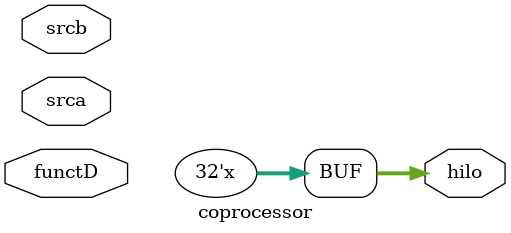
<source format=sv>
module coprocessor (input logic [31:0] srca,srcb, 		// rs --> srca , rt --> srcb
					input logic [5:0] functD,
					output logic [31:0] hilo);
logic [31:0] hi,lo;
always_comb 
	case(functD)
		6'b011000: {hi,lo} <= srca*srcb;  	//MULT
		6'b011010: begin lo <= srca / srcb; //DIV
						 hi <= srca % srcb;
				   end
		6'b010000: hilo <= hi;
		6'b010010: hilo <= lo;
	endcase
endmodule
</source>
